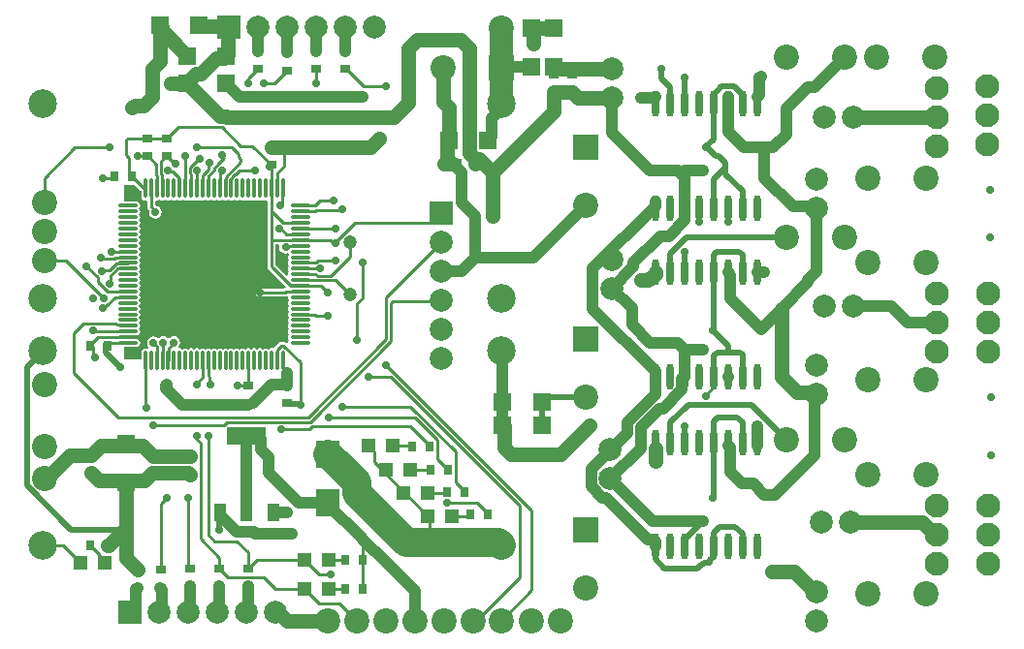
<source format=gtl>
G04*
G04 #@! TF.GenerationSoftware,Altium Limited,Altium Designer,19.0.10 (269)*
G04*
G04 Layer_Physical_Order=1*
G04 Layer_Color=255*
%FSLAX24Y24*%
%MOIN*%
G70*
G01*
G75*
%ADD10C,0.0100*%
%ADD37R,0.0310X0.0340*%
%ADD38R,0.0472X0.0472*%
%ADD39R,0.0340X0.0310*%
%ADD40R,0.0640X0.0640*%
%ADD41R,0.0640X0.0640*%
%ADD42O,0.0709X0.0118*%
%ADD43O,0.0118X0.0709*%
%ADD44R,0.0846X0.0965*%
%ADD45R,0.0433X0.0610*%
%ADD46R,0.0433X0.0610*%
%ADD47R,0.1358X0.0610*%
%ADD48O,0.0236X0.0906*%
%ADD49C,0.0500*%
%ADD50C,0.1000*%
%ADD51C,0.0394*%
%ADD52C,0.0197*%
%ADD53C,0.0200*%
%ADD54C,0.0787*%
%ADD55C,0.0984*%
%ADD56C,0.0827*%
%ADD57C,0.0787*%
%ADD58C,0.0866*%
%ADD59R,0.0866X0.0866*%
%ADD60R,0.0866X0.0866*%
%ADD61R,0.0787X0.0787*%
%ADD62C,0.0472*%
%ADD63R,0.0787X0.0787*%
%ADD64C,0.0276*%
G36*
X49332Y37927D02*
X49319Y37862D01*
X49336Y37777D01*
X49384Y37706D01*
X49456Y37658D01*
X49540Y37641D01*
X49625Y37658D01*
X49628Y37657D01*
X49655Y37617D01*
X49625Y37572D01*
X49615Y37518D01*
X49625Y37464D01*
X49655Y37420D01*
X49625Y37375D01*
X49615Y37321D01*
X49625Y37267D01*
X49655Y37223D01*
X49625Y37178D01*
X49615Y37124D01*
X49625Y37071D01*
X49655Y37026D01*
X49625Y36981D01*
X49615Y36928D01*
X49615Y36927D01*
X49575Y36873D01*
X49563Y36871D01*
X49178Y37256D01*
Y37977D01*
X49301D01*
X49332Y37927D01*
D02*
G37*
G36*
X44547Y39807D02*
X44575Y39788D01*
Y39605D01*
X44586Y39551D01*
X44616Y39505D01*
X44662Y39475D01*
X44716Y39464D01*
X44731Y39467D01*
X44781Y39427D01*
Y39265D01*
X44791Y39214D01*
X44820Y39172D01*
X44858Y39134D01*
X44844Y39065D01*
X44861Y38981D01*
X44908Y38909D01*
X44980Y38861D01*
X45065Y38844D01*
X45149Y38861D01*
X45221Y38909D01*
X45269Y38981D01*
X45285Y39065D01*
X45269Y39150D01*
X45221Y39221D01*
X45149Y39269D01*
X45080Y39283D01*
X45044Y39319D01*
Y39427D01*
X45094Y39467D01*
X45109Y39464D01*
X45163Y39475D01*
X45208Y39505D01*
X45253Y39475D01*
X45306Y39464D01*
X45360Y39475D01*
X45405Y39505D01*
X45449Y39475D01*
X45503Y39464D01*
X45557Y39475D01*
X45602Y39505D01*
X45646Y39475D01*
X45700Y39464D01*
X45754Y39475D01*
X45798Y39505D01*
X45843Y39475D01*
X45897Y39464D01*
X45951Y39475D01*
X45995Y39505D01*
X46040Y39475D01*
X46094Y39464D01*
X46147Y39475D01*
X46192Y39505D01*
X46237Y39475D01*
X46291Y39464D01*
X46344Y39475D01*
X46389Y39505D01*
X46434Y39475D01*
X46487Y39464D01*
X46541Y39475D01*
X46586Y39505D01*
X46630Y39475D01*
X46684Y39464D01*
X46738Y39475D01*
X46783Y39505D01*
X46827Y39475D01*
X46881Y39464D01*
X46935Y39475D01*
X46980Y39505D01*
X47024Y39475D01*
X47078Y39464D01*
X47132Y39475D01*
X47176Y39505D01*
X47221Y39475D01*
X47275Y39464D01*
X47329Y39475D01*
X47373Y39505D01*
X47418Y39475D01*
X47472Y39464D01*
X47525Y39475D01*
X47570Y39505D01*
X47615Y39475D01*
X47668Y39464D01*
X47722Y39475D01*
X47767Y39505D01*
X47812Y39475D01*
X47865Y39464D01*
X47919Y39475D01*
X47964Y39505D01*
X48008Y39475D01*
X48062Y39464D01*
X48116Y39475D01*
X48161Y39505D01*
X48205Y39475D01*
X48259Y39464D01*
X48313Y39475D01*
X48357Y39505D01*
X48402Y39475D01*
X48456Y39464D01*
X48510Y39475D01*
X48554Y39505D01*
X48599Y39475D01*
X48653Y39464D01*
X48707Y39475D01*
X48751Y39505D01*
X48796Y39475D01*
X48850Y39464D01*
X48865Y39467D01*
X48915Y39427D01*
Y39116D01*
Y38112D01*
Y37202D01*
X48925Y37151D01*
X48954Y37109D01*
X49547Y36515D01*
X49527Y36465D01*
X49496Y36458D01*
X49455Y36431D01*
X48645D01*
X48595Y36421D01*
X48552Y36393D01*
X48524Y36350D01*
X48514Y36300D01*
X48524Y36250D01*
X48552Y36207D01*
X48595Y36179D01*
X48645Y36169D01*
X49509D01*
X49559Y36179D01*
X49573Y36188D01*
X49617Y36159D01*
X49618Y36156D01*
X49615Y36140D01*
X49625Y36086D01*
X49655Y36042D01*
X49625Y35997D01*
X49615Y35943D01*
X49625Y35890D01*
X49655Y35845D01*
X49625Y35800D01*
X49615Y35746D01*
X49625Y35693D01*
X49655Y35648D01*
X49625Y35603D01*
X49615Y35550D01*
X49625Y35496D01*
X49655Y35451D01*
X49625Y35407D01*
X49615Y35353D01*
X49625Y35299D01*
X49655Y35254D01*
X49625Y35210D01*
X49615Y35156D01*
X49625Y35102D01*
X49655Y35057D01*
X49625Y35013D01*
X49615Y34959D01*
X49625Y34905D01*
X49655Y34861D01*
X49625Y34816D01*
X49615Y34762D01*
X49625Y34708D01*
X49655Y34664D01*
X49625Y34619D01*
X49618Y34582D01*
X49573Y34563D01*
X49567Y34562D01*
X49559Y34570D01*
X49516Y34599D01*
X49466Y34609D01*
X49383D01*
X49333Y34599D01*
X49290Y34570D01*
X49154Y34434D01*
X49125Y34391D01*
X49073Y34386D01*
X49046Y34391D01*
X48993Y34380D01*
X48948Y34350D01*
X48903Y34380D01*
X48850Y34391D01*
X48796Y34380D01*
X48751Y34350D01*
X48707Y34380D01*
X48653Y34391D01*
X48599Y34380D01*
X48554Y34350D01*
X48510Y34380D01*
X48456Y34391D01*
X48402Y34380D01*
X48357Y34350D01*
X48313Y34380D01*
X48259Y34391D01*
X48205Y34380D01*
X48161Y34350D01*
X48116Y34380D01*
X48062Y34391D01*
X48008Y34380D01*
X47964Y34350D01*
X47919Y34380D01*
X47865Y34391D01*
X47812Y34380D01*
X47767Y34350D01*
X47722Y34380D01*
X47668Y34391D01*
X47615Y34380D01*
X47570Y34350D01*
X47525Y34380D01*
X47472Y34391D01*
X47418Y34380D01*
X47373Y34350D01*
X47329Y34380D01*
X47275Y34391D01*
X47221Y34380D01*
X47176Y34350D01*
X47132Y34380D01*
X47078Y34391D01*
X47024Y34380D01*
X46980Y34350D01*
X46935Y34380D01*
X46881Y34391D01*
X46827Y34380D01*
X46783Y34350D01*
X46738Y34380D01*
X46684Y34391D01*
X46630Y34380D01*
X46586Y34350D01*
X46541Y34380D01*
X46487Y34391D01*
X46434Y34380D01*
X46389Y34350D01*
X46344Y34380D01*
X46291Y34391D01*
X46237Y34380D01*
X46192Y34350D01*
X46147Y34380D01*
X46094Y34391D01*
X46040Y34380D01*
X45995Y34350D01*
X45951Y34380D01*
X45897Y34391D01*
X45886Y34389D01*
X45873Y34405D01*
X45861Y34435D01*
X45904Y34499D01*
X45921Y34583D01*
X45904Y34668D01*
X45856Y34739D01*
X45784Y34787D01*
X45700Y34804D01*
X45616Y34787D01*
X45549Y34742D01*
X45532Y34737D01*
X45503D01*
X45486Y34742D01*
X45419Y34787D01*
X45335Y34804D01*
X45250Y34787D01*
X45179Y34739D01*
X45177Y34737D01*
X45156Y34721D01*
X45084Y34769D01*
X45000Y34786D01*
X44916Y34769D01*
X44844Y34721D01*
X44796Y34650D01*
X44779Y34565D01*
X44796Y34481D01*
X44822Y34443D01*
X44809Y34384D01*
X44787Y34373D01*
X44781Y34373D01*
X44770Y34380D01*
X44716Y34391D01*
X44662Y34380D01*
X44616Y34350D01*
X44586Y34304D01*
X44575Y34250D01*
Y34000D01*
X44000D01*
Y34425D01*
X44401D01*
X44455Y34436D01*
X44500Y34466D01*
X44531Y34512D01*
X44541Y34565D01*
X44531Y34619D01*
X44501Y34664D01*
X44501Y34664D01*
X44500Y34665D01*
X44455Y34695D01*
X44401Y34706D01*
X44106D01*
Y34819D01*
X44401D01*
X44455Y34829D01*
X44500Y34860D01*
X44501Y34861D01*
X44501Y34861D01*
X44531Y34905D01*
X44541Y34959D01*
X44531Y35013D01*
X44501Y35057D01*
X44531Y35102D01*
X44541Y35156D01*
X44531Y35210D01*
X44501Y35254D01*
X44531Y35299D01*
X44541Y35353D01*
X44531Y35407D01*
X44501Y35451D01*
X44531Y35496D01*
X44541Y35550D01*
X44531Y35603D01*
X44501Y35648D01*
X44531Y35693D01*
X44541Y35746D01*
X44531Y35800D01*
X44501Y35845D01*
X44531Y35890D01*
X44541Y35943D01*
X44531Y35997D01*
X44501Y36042D01*
X44531Y36086D01*
X44541Y36140D01*
X44531Y36194D01*
X44501Y36239D01*
X44531Y36283D01*
X44541Y36337D01*
X44531Y36391D01*
X44501Y36435D01*
X44531Y36480D01*
X44541Y36534D01*
X44531Y36588D01*
X44501Y36632D01*
X44531Y36677D01*
X44541Y36731D01*
X44531Y36784D01*
X44501Y36829D01*
X44531Y36874D01*
X44541Y36928D01*
X44531Y36981D01*
X44501Y37026D01*
X44531Y37071D01*
X44541Y37124D01*
X44531Y37178D01*
X44501Y37223D01*
X44531Y37267D01*
X44541Y37321D01*
X44531Y37375D01*
X44501Y37420D01*
X44531Y37464D01*
X44541Y37518D01*
X44531Y37572D01*
X44501Y37617D01*
X44531Y37661D01*
X44541Y37715D01*
X44531Y37769D01*
X44501Y37813D01*
X44531Y37858D01*
X44541Y37912D01*
X44531Y37966D01*
X44501Y38010D01*
X44531Y38055D01*
X44541Y38109D01*
X44531Y38162D01*
X44501Y38207D01*
X44531Y38252D01*
X44541Y38306D01*
X44531Y38359D01*
X44501Y38404D01*
X44531Y38449D01*
X44541Y38502D01*
X44531Y38556D01*
X44501Y38601D01*
X44531Y38645D01*
X44541Y38699D01*
X44531Y38753D01*
X44501Y38798D01*
X44531Y38842D01*
X44541Y38896D01*
X44531Y38950D01*
X44501Y38994D01*
X44531Y39039D01*
X44541Y39093D01*
X44531Y39147D01*
X44501Y39191D01*
X44531Y39236D01*
X44541Y39290D01*
X44531Y39344D01*
X44500Y39389D01*
X44455Y39420D01*
X44401Y39430D01*
X44000D01*
Y39997D01*
X44357D01*
X44547Y39807D01*
D02*
G37*
D10*
X43141Y27186D02*
X43327Y27000D01*
X43141Y27186D02*
Y27261D01*
X42817Y27585D02*
X43141Y27261D01*
X42817Y27585D02*
Y27600D01*
X41200D02*
X41900D01*
X42500Y27000D01*
X55100Y29078D02*
X56126D01*
X56505Y28699D01*
Y28684D02*
Y28699D01*
X47530Y31847D02*
X50372D01*
X47433Y31750D02*
X47530Y31847D01*
X45000Y31750D02*
X47433D01*
X49400Y31600D02*
X50362D01*
X50462Y31700D01*
X50372Y31847D02*
X53159Y34634D01*
X43794Y32006D02*
X50306D01*
X53000Y34700D01*
X42250Y33550D02*
X43794Y32006D01*
X42000Y37400D02*
X43300Y36100D01*
X41250Y37400D02*
X42000D01*
X43240Y35752D02*
X43288D01*
X43389Y35853D01*
X43402D01*
X43686Y36137D01*
X43074Y36677D02*
X43414Y36337D01*
X43074Y36677D02*
Y36826D01*
X42700Y37200D02*
X43074Y36826D01*
X42700Y37200D02*
Y37200D01*
X43686Y36137D02*
X44102D01*
X43414Y36337D02*
X44106D01*
X43525Y36625D02*
Y36880D01*
X43500Y36600D02*
X43525Y36625D01*
Y36880D02*
X43766Y37121D01*
X44102D01*
X44106Y37124D01*
X43209Y37041D02*
X43242Y37074D01*
X43487D01*
X43730Y37318D01*
X44102D01*
X44106Y37321D01*
X43200Y37500D02*
X43248D01*
X43294Y37453D01*
X43641D01*
X43702Y37515D01*
X51500Y32376D02*
X53838D01*
X55382Y30831D01*
Y29783D02*
Y30831D01*
Y29783D02*
X55705Y29460D01*
Y29445D02*
Y29460D01*
X43702Y37515D02*
X44102D01*
X44106Y37518D01*
X51013Y32000D02*
X53988D01*
X54769Y31219D01*
Y30565D02*
Y31219D01*
Y30565D02*
X55118Y30215D01*
Y30200D02*
Y30215D01*
X53156Y33409D02*
X57599Y28966D01*
X52400Y33409D02*
X53156D01*
X43539Y37700D02*
X43550Y37712D01*
X44102D01*
X44106Y37715D01*
X50462Y31700D02*
X53824D01*
X54505Y31019D01*
Y31004D02*
Y31019D01*
X57599Y26501D02*
Y28966D01*
X52573Y30464D02*
X54434Y28603D01*
X54500Y28537D01*
Y27700D02*
Y28537D01*
X52573Y30464D02*
Y30844D01*
X52387Y31030D02*
X52573Y30844D01*
X55814Y28603D02*
X55895Y28684D01*
X55260Y28603D02*
X55814D01*
X55068Y29418D02*
X55095Y29445D01*
X54413Y29418D02*
X55068D01*
X53827Y30200D02*
X54508D01*
X53869Y31030D02*
X53895Y31004D01*
X53213Y31030D02*
X53869D01*
X53000Y33800D02*
X58000Y28800D01*
Y26052D02*
Y28800D01*
X50187Y27100D02*
X50687Y26600D01*
X51100D01*
X50187Y26100D02*
X50687Y25600D01*
X51400D01*
X52000Y25000D01*
X48265Y26805D02*
X48560Y27100D01*
X48250Y26805D02*
X48265D01*
X48560Y27100D02*
X50187D01*
X47569Y26501D02*
X48377D01*
X48377Y26500D01*
X48774D01*
X49174Y26100D01*
X50187D01*
X51013Y27100D02*
X51595D01*
X51013Y26100D02*
X51595D01*
X52205Y27100D02*
Y27789D01*
Y26100D02*
Y27100D01*
X52143Y27852D02*
X52205Y27789D01*
X50555Y39093D02*
X50593Y39131D01*
X51452D01*
X51479Y39158D01*
X50050Y39093D02*
X50555D01*
X53000Y34700D02*
Y36150D01*
X53159Y34634D02*
Y35938D01*
X52000Y34670D02*
Y35940D01*
X53159Y35938D02*
X53218Y35997D01*
X56098Y25000D02*
X57599Y26501D01*
X56000Y25000D02*
X56098D01*
X50555Y39290D02*
X50717Y39452D01*
X51185D01*
X50050Y39290D02*
X50555D01*
X56948Y25000D02*
X58000Y26052D01*
X44102Y36137D02*
X44106Y36140D01*
X49355Y39300D02*
Y39348D01*
X49437Y39429D01*
Y39897D01*
X49440Y39900D01*
X50659Y37400D02*
X51250D01*
X50581Y37321D02*
X50659Y37400D01*
X50050Y37321D02*
X50581D01*
X51750Y37551D02*
Y38050D01*
X51080Y36881D02*
X51750Y37551D01*
X50634Y36881D02*
X51080D01*
X50059Y36722D02*
X51247D01*
X50050Y36731D02*
X50059Y36722D01*
X51247D02*
X51750Y36219D01*
X50054Y37128D02*
X50736D01*
X50588Y36928D02*
X50634Y36881D01*
X50050Y36928D02*
X50588D01*
X50746Y36534D02*
X50979Y36300D01*
X50050Y36534D02*
X50746D01*
X52173Y36113D02*
Y37336D01*
X52000Y35940D02*
X52173Y36113D01*
X49540Y37862D02*
X49588D01*
X49634Y37908D01*
X50047D01*
X50050Y37912D01*
X49326Y38487D02*
X49374D01*
X49552Y38309D01*
X50047D01*
X50050Y38306D01*
X49046Y38112D02*
Y39116D01*
Y37202D02*
Y38112D01*
X49050Y38109D01*
X50050D01*
X46503Y41303D02*
X47697D01*
X46500Y41300D02*
X46503Y41303D01*
X43497D02*
X43500Y41300D01*
X42303Y41303D02*
X43497D01*
X44041Y41035D02*
Y41541D01*
Y41035D02*
X44150Y40926D01*
Y40405D02*
Y40926D01*
Y40405D02*
X44255Y40300D01*
X44041Y41541D02*
X44105Y41605D01*
X44800D01*
X49509Y36300D02*
X49546Y36337D01*
X48645Y36300D02*
X49509D01*
X49546Y36337D02*
X50050D01*
X49046Y37202D02*
X49711Y36537D01*
X50047D01*
X50050Y36534D01*
X49046Y39900D02*
Y40641D01*
Y39116D02*
Y39900D01*
Y39116D02*
X49463Y38699D01*
X50050D01*
X64750Y38750D02*
Y39210D01*
X47172Y40691D02*
X47426Y40945D01*
X47375Y41021D02*
X47430Y41077D01*
X47349Y41021D02*
X47375D01*
X41250Y40250D02*
X42303Y41303D01*
X46688Y40339D02*
X46892Y40543D01*
X47697Y41303D02*
X47923Y41077D01*
X46892Y40543D02*
Y40741D01*
X46925Y40775D01*
X47172Y40672D02*
Y40691D01*
X47102Y40602D02*
X47172Y40672D01*
X47102Y40528D02*
Y40602D01*
X46885Y40311D02*
X47102Y40528D01*
X46885Y39903D02*
Y40311D01*
X46881Y39900D02*
X46885Y39903D01*
X48000Y40802D02*
Y40900D01*
X47475Y40277D02*
X48000Y40802D01*
X47475Y39903D02*
Y40277D01*
X47275Y40426D02*
X47349Y40500D01*
X47275Y39900D02*
Y40426D01*
X47952Y40500D02*
X48500D01*
X47816Y40363D02*
X47952Y40500D01*
X47796Y40363D02*
X47816D01*
X47697Y40265D02*
X47796Y40363D01*
X47697Y40200D02*
Y40265D01*
X46688Y39903D02*
Y40339D01*
X46684Y39900D02*
X46688Y39903D01*
X46094Y39900D02*
Y40997D01*
X46094Y39900D02*
X46094Y39900D01*
X46500Y39913D02*
Y40500D01*
X46487Y39900D02*
X46500Y39913D01*
X46253Y40602D02*
X46551Y40900D01*
X46575D01*
X46094Y40997D02*
X46097Y41000D01*
X46253Y40398D02*
Y40602D01*
Y40398D02*
X46291Y40360D01*
Y39900D02*
Y40360D01*
X49247Y40404D02*
X49500Y40657D01*
X49247Y39903D02*
Y40404D01*
X49243Y39900D02*
X49247Y39903D01*
X47923Y40977D02*
Y41077D01*
Y40977D02*
X48000Y40900D01*
X47349Y42000D02*
X48002Y41347D01*
X48397D01*
X49050Y40695D01*
X49500Y40657D02*
Y41305D01*
X42846Y34521D02*
X43087Y34762D01*
X42817Y34492D02*
X42846Y34521D01*
X42853Y34514D02*
X42922Y34445D01*
X45845Y42000D02*
X47349D01*
X47472Y39900D02*
X47475Y39903D01*
X64000Y32750D02*
Y32787D01*
X44800Y41605D02*
X45450D01*
X43370Y34565D02*
X44106D01*
X45450Y41605D02*
X45845Y42000D01*
X45435Y40995D02*
X45465D01*
X45500Y40500D02*
X45534Y40466D01*
X45667D01*
X45893Y40240D01*
Y39903D02*
Y40240D01*
Y39903D02*
X45897Y39900D01*
X45253Y40398D02*
X45303Y40348D01*
Y39903D02*
Y40348D01*
Y39903D02*
X45306Y39900D01*
X45094Y40332D02*
Y40716D01*
Y40332D02*
X45106Y40320D01*
Y39903D02*
Y40320D01*
Y39903D02*
X45109Y39900D01*
X45253Y40813D02*
X45435Y40995D01*
X45253Y40398D02*
Y40813D01*
X44815Y40995D02*
X45094Y40716D01*
X64000Y32787D02*
X64250Y33037D01*
Y33409D01*
X42846Y34521D02*
X42853Y34514D01*
X42817Y34550D02*
X42846Y34521D01*
X43087Y34762D02*
X44106D01*
X42817Y34477D02*
Y34492D01*
X42922Y35000D02*
X42969D01*
X43010Y34959D01*
X44106D01*
X43355Y34550D02*
X43370Y34565D01*
X42922Y34175D02*
Y34445D01*
Y34175D02*
X42997Y34100D01*
Y34053D02*
Y34100D01*
X42591Y35250D02*
X43675D01*
X42250Y34909D02*
X42591Y35250D01*
X43675D02*
X43741Y35185D01*
X42250Y33550D02*
Y34909D01*
X44077Y35185D02*
X44106Y35156D01*
X43741Y35185D02*
X44077D01*
X51918Y38706D02*
X54556D01*
X49383Y34477D02*
X49466D01*
X49247Y34341D02*
X49383Y34477D01*
X49247Y33959D02*
Y34341D01*
X49243Y33955D02*
X49247Y33959D01*
X49466Y34477D02*
X50054Y33889D01*
Y32450D02*
Y33889D01*
X44450Y41000D02*
X44795D01*
X44913Y39265D02*
X45065Y39113D01*
Y39065D02*
Y39113D01*
X44913Y39265D02*
Y39900D01*
X43250Y40250D02*
X43595D01*
X43645Y40300D01*
X45700Y34563D02*
Y34583D01*
X45507Y34369D02*
X45700Y34563D01*
X45507Y33959D02*
Y34369D01*
X45503Y33955D02*
X45507Y33959D01*
X45310Y34558D02*
X45335Y34583D01*
X45310Y33959D02*
Y34558D01*
X45306Y33955D02*
X45310Y33959D01*
X45000Y34565D02*
X45106Y34459D01*
Y33959D02*
Y34459D01*
Y33959D02*
X45109Y33955D01*
X47895Y33105D02*
X48250D01*
X50555Y35550D02*
X50604Y35500D01*
X51000D01*
X50050Y35550D02*
X50555D01*
X48250Y43500D02*
Y43660D01*
X48585Y43995D01*
X48600D01*
X41250Y39400D02*
Y40250D01*
X44795Y41000D02*
X44800Y40995D01*
X45250Y29050D02*
X45450Y29250D01*
X45250Y26755D02*
Y29050D01*
X45710Y40750D02*
X45750D01*
X45465Y40995D02*
X45710Y40750D01*
X46200Y26855D02*
Y29250D01*
Y26855D02*
X46250Y26805D01*
X46684Y33373D02*
Y33955D01*
X46500Y33189D02*
X46684Y33373D01*
X46500Y33150D02*
Y33189D01*
Y31237D02*
Y31379D01*
Y31237D02*
X46609Y31128D01*
Y27825D02*
Y31128D01*
Y27825D02*
X47250Y27184D01*
Y26805D02*
Y27184D01*
X46881Y33451D02*
X46916Y33415D01*
Y33184D02*
Y33415D01*
Y33184D02*
X46950Y33150D01*
X46881Y33451D02*
Y33955D01*
Y27967D02*
Y31379D01*
Y27967D02*
X47098Y27750D01*
X47865D01*
X48250Y27365D01*
Y26805D02*
Y27365D01*
X50050Y37124D02*
X50054Y37128D01*
X51250Y38000D02*
Y38038D01*
X51918Y38706D01*
X54556D02*
X54900Y39050D01*
X51202Y38000D02*
X51250D01*
X51094Y38109D02*
X51202Y38000D01*
X50050Y38109D02*
X51094D01*
X51249Y38501D02*
X51250Y38500D01*
X50052Y38501D02*
X51249D01*
X50050Y38502D02*
X50052Y38501D01*
X47250Y26805D02*
X47265D01*
X47569Y26501D01*
X44719Y32376D02*
X44745Y32350D01*
X44719Y32376D02*
Y33952D01*
X44716Y33955D02*
X44719Y33952D01*
X53218Y35997D02*
X54847D01*
X54900Y36050D01*
X48259Y33114D02*
Y33955D01*
X48250Y33105D02*
X48259Y33114D01*
X53000Y36150D02*
X54900Y38050D01*
X48774Y43500D02*
X49140D01*
X49585Y43945D01*
X49600D01*
X50600Y43500D02*
Y43995D01*
X52210Y43400D02*
X53000D01*
X51615Y43995D02*
X52210Y43400D01*
X51600Y43995D02*
X51615D01*
X44800Y40995D02*
X44815D01*
X44640Y39900D02*
X44716D01*
X44255Y40285D02*
X44640Y39900D01*
X44255Y40285D02*
Y40300D01*
D37*
X43427Y27600D02*
D03*
X42817D02*
D03*
X52205Y26100D02*
D03*
X51595D02*
D03*
X52205Y27100D02*
D03*
X51595D02*
D03*
X54505Y31004D02*
D03*
X53895D02*
D03*
X55118Y30200D02*
D03*
X54508D02*
D03*
X55705Y29445D02*
D03*
X55095D02*
D03*
X56505Y28684D02*
D03*
X55895D02*
D03*
X44255Y40300D02*
D03*
X43645D02*
D03*
X56055Y40750D02*
D03*
X55445D02*
D03*
X43427Y34477D02*
D03*
X42817D02*
D03*
X56655Y38950D02*
D03*
X56045D02*
D03*
D38*
X42500Y27000D02*
D03*
X43327D02*
D03*
X50187Y26100D02*
D03*
X51013D02*
D03*
X54434Y28603D02*
D03*
X55260D02*
D03*
X53587Y29418D02*
D03*
X54413D02*
D03*
X53000Y30200D02*
D03*
X53827D02*
D03*
X52387Y31030D02*
D03*
X53213D02*
D03*
X50187Y27100D02*
D03*
X51013D02*
D03*
D39*
X58750Y43195D02*
D03*
Y43805D02*
D03*
X59400Y43200D02*
D03*
Y43810D02*
D03*
X46250Y30045D02*
D03*
Y30655D02*
D03*
X51600Y43995D02*
D03*
Y44605D02*
D03*
X50600Y43995D02*
D03*
Y44605D02*
D03*
X49600Y43945D02*
D03*
Y44555D02*
D03*
X48600Y43995D02*
D03*
Y44605D02*
D03*
X44800Y41605D02*
D03*
Y40995D02*
D03*
X45450Y41605D02*
D03*
Y40995D02*
D03*
X49050Y40695D02*
D03*
Y41305D02*
D03*
X49600Y33105D02*
D03*
Y32495D02*
D03*
X48250Y33105D02*
D03*
Y32495D02*
D03*
X44450Y26145D02*
D03*
Y26755D02*
D03*
X42862Y30090D02*
D03*
Y30700D02*
D03*
X45250Y26145D02*
D03*
Y26755D02*
D03*
X46250Y26195D02*
D03*
Y26805D02*
D03*
X48250D02*
D03*
Y26195D02*
D03*
X47250Y26805D02*
D03*
Y26195D02*
D03*
X44950Y30095D02*
D03*
Y30705D02*
D03*
D40*
X58000Y44060D02*
D03*
Y45400D02*
D03*
X58755D02*
D03*
Y44060D02*
D03*
X44050Y31100D02*
D03*
Y29760D02*
D03*
D41*
X55150Y41550D02*
D03*
X56490D02*
D03*
X58340Y31745D02*
D03*
X57000D02*
D03*
X58340Y32545D02*
D03*
X57000D02*
D03*
X46160Y44450D02*
D03*
X47500D02*
D03*
X45210Y45500D02*
D03*
X46550D02*
D03*
X47490Y43500D02*
D03*
X46150D02*
D03*
D42*
X50050Y34565D02*
D03*
Y34762D02*
D03*
Y34959D02*
D03*
Y35156D02*
D03*
Y35353D02*
D03*
Y35550D02*
D03*
Y35746D02*
D03*
Y35943D02*
D03*
Y36140D02*
D03*
Y36337D02*
D03*
Y36534D02*
D03*
Y36731D02*
D03*
Y36928D02*
D03*
Y37124D02*
D03*
Y37321D02*
D03*
Y37518D02*
D03*
Y37715D02*
D03*
Y37912D02*
D03*
Y38109D02*
D03*
Y38306D02*
D03*
Y38502D02*
D03*
Y38699D02*
D03*
Y38896D02*
D03*
Y39093D02*
D03*
Y39290D02*
D03*
X44106D02*
D03*
Y39093D02*
D03*
Y38896D02*
D03*
Y38699D02*
D03*
Y38502D02*
D03*
Y38306D02*
D03*
Y38109D02*
D03*
Y37912D02*
D03*
Y37715D02*
D03*
Y37518D02*
D03*
Y37321D02*
D03*
Y37124D02*
D03*
Y36928D02*
D03*
Y36731D02*
D03*
Y36534D02*
D03*
Y36337D02*
D03*
Y36140D02*
D03*
Y35943D02*
D03*
Y35746D02*
D03*
Y35550D02*
D03*
Y35353D02*
D03*
Y35156D02*
D03*
Y34959D02*
D03*
Y34762D02*
D03*
Y34565D02*
D03*
D43*
X49440Y39900D02*
D03*
X49243D02*
D03*
X49046D02*
D03*
X48850D02*
D03*
X48653D02*
D03*
X48456D02*
D03*
X48259D02*
D03*
X48062D02*
D03*
X47865D02*
D03*
X47668D02*
D03*
X47472D02*
D03*
X47275D02*
D03*
X47078D02*
D03*
X46881D02*
D03*
X46684D02*
D03*
X46487D02*
D03*
X46291D02*
D03*
X46094D02*
D03*
X45897D02*
D03*
X45700D02*
D03*
X45503D02*
D03*
X45306D02*
D03*
X45109D02*
D03*
X44913D02*
D03*
X44716D02*
D03*
Y33955D02*
D03*
X44913D02*
D03*
X45109D02*
D03*
X45306D02*
D03*
X45503D02*
D03*
X45700D02*
D03*
X45897D02*
D03*
X46094D02*
D03*
X46291D02*
D03*
X46487D02*
D03*
X46684D02*
D03*
X46881D02*
D03*
X47078D02*
D03*
X47275D02*
D03*
X47472D02*
D03*
X47668D02*
D03*
X47865D02*
D03*
X48062D02*
D03*
X48259D02*
D03*
X48456D02*
D03*
X48653D02*
D03*
X48850D02*
D03*
X49046D02*
D03*
X49243D02*
D03*
X49440D02*
D03*
D44*
X51000Y29054D02*
D03*
Y30746D02*
D03*
D45*
X47294Y28721D02*
D03*
D46*
X48200D02*
D03*
X49106D02*
D03*
D47*
X48200Y31379D02*
D03*
D48*
X65750Y31136D02*
D03*
X65250D02*
D03*
X64750D02*
D03*
X64250D02*
D03*
X63750D02*
D03*
X63250D02*
D03*
X62750D02*
D03*
X62250D02*
D03*
X65750Y27554D02*
D03*
X65250D02*
D03*
X64750D02*
D03*
X64250D02*
D03*
X63750D02*
D03*
X63250D02*
D03*
X62750D02*
D03*
X62250D02*
D03*
X65750Y36991D02*
D03*
X65250D02*
D03*
X64750D02*
D03*
X64250D02*
D03*
X63750D02*
D03*
X63250D02*
D03*
X62750D02*
D03*
X62250D02*
D03*
X65750Y33409D02*
D03*
X65250D02*
D03*
X64750D02*
D03*
X64250D02*
D03*
X63750D02*
D03*
X63250D02*
D03*
X62750D02*
D03*
X62250D02*
D03*
X65750Y42793D02*
D03*
X65250D02*
D03*
X64750D02*
D03*
X64250D02*
D03*
X63750D02*
D03*
X63250D02*
D03*
X62750D02*
D03*
X62250D02*
D03*
X65750Y39210D02*
D03*
X65250D02*
D03*
X64750D02*
D03*
X64250D02*
D03*
X63750D02*
D03*
X63250D02*
D03*
X62750D02*
D03*
X62250D02*
D03*
D49*
X44050Y27155D02*
Y28150D01*
Y29760D01*
X43450Y27600D02*
X44000Y28150D01*
X43427Y27600D02*
X43450D01*
X57070Y30973D02*
Y31675D01*
Y30973D02*
X57293Y30750D01*
X59000D01*
X60000Y31750D01*
X58050Y44882D02*
Y45350D01*
X58000Y45400D02*
X58050Y45350D01*
X58000Y45400D02*
X58755D01*
X57000Y31700D02*
X57045D01*
X57070Y31675D01*
X44657Y42750D02*
X44950Y43043D01*
X44346Y42750D02*
X44657D01*
X44250Y42654D02*
X44346Y42750D01*
X44950Y43043D02*
Y43995D01*
X45210Y44255D01*
Y45500D01*
X56205Y40900D02*
X56655Y40450D01*
X47498Y42359D02*
X47507Y42350D01*
X47291Y42359D02*
X47498D01*
X46150Y43500D02*
X47291Y42359D01*
X49500Y41305D02*
X52450D01*
X49050D02*
X49500D01*
X52450D02*
X52750Y41605D01*
X47507Y42350D02*
X53250D01*
X53750Y42850D01*
Y44707D01*
X54043Y45000D01*
X55568D01*
X55861Y44707D01*
Y41102D02*
Y44707D01*
Y41102D02*
X56055Y40908D01*
Y40750D02*
Y40908D01*
X58755Y44000D02*
X60750D01*
X55000Y40750D02*
X55295D01*
X55000D02*
X55080Y40830D01*
Y41480D01*
X55150Y41550D01*
X71845Y27983D02*
X71933D01*
X71428Y28400D02*
X71845Y27983D01*
X68950Y28400D02*
X71428D01*
X62250Y30500D02*
X62256Y30506D01*
Y30934D01*
X61750Y36731D02*
X61989D01*
X62047Y36789D01*
X62118D01*
X62250Y36920D01*
Y36991D01*
X66244Y26692D02*
X67030D01*
X67722Y26000D01*
X67800D01*
X44050Y27155D02*
X44450Y26755D01*
X46200Y30095D02*
X46250Y30045D01*
X44950Y30095D02*
X46200D01*
X44950Y30705D02*
X45000Y30655D01*
X46250D01*
X73587Y41463D02*
X73650Y41400D01*
X66575Y33400D02*
Y35750D01*
Y33400D02*
X67120Y32855D01*
X67745D01*
X67800Y32800D01*
X69050Y42350D02*
X71933D01*
X58750Y43995D02*
X58755Y44000D01*
X59395Y43195D02*
X59400Y43200D01*
X58750Y43195D02*
X59395D01*
X59400Y43200D02*
X59600Y43000D01*
X60750D01*
X56655Y40450D02*
X58750Y42545D01*
Y43195D01*
X56655Y38950D02*
Y40450D01*
X42123Y30700D02*
X42862D01*
X41323Y29900D02*
X42123Y30700D01*
X41250Y29900D02*
X41323D01*
X43980Y29830D02*
X44050Y29760D01*
X43122Y29830D02*
X43980D01*
X42862Y30090D02*
X43122Y29830D01*
X43980Y31030D02*
X44050Y31100D01*
X43192Y31030D02*
X43980D01*
X42862Y30700D02*
X43192Y31030D01*
X49200Y25300D02*
X49278D01*
X49578Y25000D01*
X51000D01*
X54948Y42867D02*
X55150Y42665D01*
Y41550D02*
Y42665D01*
X54948Y42867D02*
Y44050D01*
X44050Y31100D02*
X44120Y31030D01*
X44625D01*
X44950Y30705D01*
X44685Y29830D02*
X44950Y30095D01*
X44120Y29830D02*
X44685D01*
X44050Y29760D02*
X44120Y29830D01*
X47430Y44380D02*
X47500Y44450D01*
X47167Y44380D02*
X47430D01*
X46608Y43821D02*
X47167Y44380D01*
X46471Y43821D02*
X46608D01*
X46150Y43500D02*
X46471Y43821D01*
X45589Y43500D02*
X46150D01*
X47575Y45475D02*
X47600Y45450D01*
X46575Y45475D02*
X47575D01*
X46550Y45500D02*
X46575Y45475D01*
X45210Y45500D02*
X45280Y45430D01*
Y45330D02*
Y45430D01*
Y45330D02*
X46160Y44450D01*
X47550Y45400D02*
X47600Y45450D01*
X47550Y44500D02*
Y45400D01*
X47500Y44450D02*
X47550Y44500D01*
D50*
X54500Y27700D02*
X56848D01*
X53700D02*
X54500D01*
X56848D02*
X56948Y27600D01*
X51982Y29418D02*
X53700Y27700D01*
X51982Y29418D02*
Y29767D01*
X51350Y30400D02*
X51982Y29767D01*
X51346Y30400D02*
X51350D01*
X51000Y30746D02*
X51346Y30400D01*
D51*
X52205Y27789D02*
X52599Y27396D01*
X50997Y28998D02*
X52143Y27852D01*
X57995Y44055D02*
X58000Y44060D01*
X56953Y44055D02*
X57995D01*
X56948Y44050D02*
X56953Y44055D01*
X56974Y32526D02*
Y34267D01*
Y32526D02*
X57000Y32500D01*
X52173Y43033D02*
X52191Y43050D01*
X47957Y43033D02*
X52173D01*
X47490Y43500D02*
X47957Y43033D01*
X49578Y33127D02*
Y33550D01*
X55295Y40750D02*
X55595Y40450D01*
X60100Y37123D02*
X62250Y39273D01*
X60050Y30247D02*
X61284Y31481D01*
X55595Y39400D02*
Y40450D01*
X63250Y34335D02*
X63897D01*
X64750Y42793D02*
Y43033D01*
Y41850D02*
Y42793D01*
X50997Y28998D02*
Y29057D01*
X45985Y32450D02*
X48250D01*
X64750Y33400D02*
Y33409D01*
X56045Y37500D02*
X58050D01*
X59850Y39300D01*
X45450Y33120D02*
Y33150D01*
X45435Y33105D02*
X45450Y33120D01*
X63250Y39210D02*
Y40269D01*
Y38785D02*
Y39210D01*
X62715Y38250D02*
X63250Y38785D01*
X62414Y38250D02*
X62715D01*
X61500Y37336D02*
X62414Y38250D01*
X61750Y43000D02*
X62217D01*
X63135Y40385D02*
X63250Y40269D01*
X65750Y43033D02*
X65829Y43111D01*
X62217Y43000D02*
X62250Y43033D01*
X63135Y40385D02*
X63250Y40500D01*
X65829Y43111D02*
Y43704D01*
X63250Y40500D02*
X63897D01*
X65829Y43704D02*
X65875Y43750D01*
X70362Y35850D02*
X70929Y35283D01*
X69050Y35850D02*
X70362D01*
X70929Y35283D02*
X71933D01*
X61750Y31664D02*
X62401Y32315D01*
X62520D01*
X63171Y32966D01*
Y33330D01*
X63250Y33409D01*
X61750Y30950D02*
Y31664D01*
X62250Y32805D02*
Y33409D01*
X61284Y31839D02*
X62250Y32805D01*
X61284Y31481D02*
Y31839D01*
X60700Y29900D02*
X61750Y30950D01*
X60050Y29631D02*
Y30247D01*
X62250Y39273D02*
Y39450D01*
X60100Y35735D02*
Y37123D01*
Y35735D02*
X62250Y33586D01*
Y33409D02*
Y33586D01*
X60050Y29631D02*
X60431Y29250D01*
X60554D01*
X61994Y27810D01*
X62171D01*
X62250Y27731D01*
Y27554D02*
Y27731D01*
X62159Y28441D02*
X63897D01*
X45435Y33000D02*
X45985Y32450D01*
X57000Y31745D02*
Y32500D01*
Y31700D02*
Y31745D01*
X49125Y28750D02*
X49600D01*
X49106Y28730D02*
X49125Y28750D01*
X49106Y28721D02*
Y28730D01*
X65759Y31050D02*
Y31700D01*
X64829Y30131D02*
Y30963D01*
Y30131D02*
X65222Y29738D01*
X64750Y31041D02*
X64829Y30963D01*
X65750Y31041D02*
X65759Y31050D01*
X65222Y29738D02*
X65607D01*
X66000Y29345D01*
X60700Y29900D02*
X62159Y28441D01*
X65759Y37000D02*
X66000D01*
X65750Y36991D02*
X65759Y37000D01*
X63019Y40500D02*
X63135Y40385D01*
X60750Y41815D02*
Y43000D01*
Y41815D02*
X62065Y40500D01*
X63019D01*
X61445Y35185D02*
X62065Y34565D01*
X61445Y35185D02*
Y35753D01*
X60750Y36449D02*
X61445Y35753D01*
X60750Y36449D02*
Y36450D01*
X62065Y34565D02*
X63019D01*
X63250Y34335D01*
Y33409D02*
Y34335D01*
X61500Y37200D02*
Y37336D01*
X60750Y36450D02*
X61500Y37200D01*
X48500Y28000D02*
X49750D01*
X48444Y28056D02*
X48500Y28000D01*
X47871Y28056D02*
X48444D01*
X47294Y28633D02*
X47871Y28056D01*
X55595Y39400D02*
X56045Y38950D01*
X54900Y37050D02*
X55595D01*
X56045Y37500D01*
Y38950D01*
X51600Y44605D02*
Y45450D01*
X50600Y44605D02*
Y45450D01*
X49600Y44555D02*
Y45450D01*
X48600Y44605D02*
Y45450D01*
X56948Y34293D02*
X56974Y34267D01*
X67725Y30700D02*
Y32725D01*
X67800Y32800D01*
X66370Y29345D02*
X67725Y30700D01*
X66000Y29345D02*
X66370D01*
X66575Y35750D02*
X67500Y36675D01*
X65875Y35050D02*
X66575Y35750D01*
X67500Y36731D02*
X67800Y37031D01*
Y39200D01*
X67500Y36675D02*
Y36731D01*
X66000Y40250D02*
Y41300D01*
Y40250D02*
X66975Y39275D01*
X67725D01*
X67800Y39200D01*
X67500Y43378D02*
X67728D01*
X68750Y44400D01*
X66750Y42628D02*
X67500Y43378D01*
X66750Y41750D02*
Y42628D01*
X66300Y41300D02*
X66750Y41750D01*
X66000Y41300D02*
X66300D01*
X64750Y41850D02*
X65300Y41300D01*
X66000D01*
X64829Y36096D02*
X65875Y35050D01*
X64829Y36096D02*
Y36913D01*
X64750Y36991D02*
X64829Y36913D01*
X52628Y27396D02*
X54000Y26024D01*
X52599Y27396D02*
X52628D01*
X54000Y25000D02*
Y26024D01*
X44397Y26092D02*
X44450Y26145D01*
X44397Y25497D02*
Y26092D01*
X44200Y25300D02*
X44397Y25497D01*
X45208Y26145D02*
X45275Y26077D01*
Y25375D02*
Y26077D01*
X45200Y25300D02*
X45275Y25375D01*
X46250Y25350D02*
Y26195D01*
X46200Y25300D02*
X46250Y25350D01*
X48250D02*
Y26195D01*
X48200Y25300D02*
X48250Y25350D01*
X47250D02*
Y26195D01*
X47200Y25300D02*
X47250Y25350D01*
X56948Y42633D02*
Y42793D01*
X56613Y42298D02*
X56948Y42633D01*
X56613Y41673D02*
Y42298D01*
X49050Y33127D02*
X49578D01*
X49600Y33105D01*
X48418Y32495D02*
X49050Y33127D01*
X48200Y28721D02*
Y31379D01*
X48200Y31379D01*
X48948Y30095D02*
Y30631D01*
X48682Y30896D02*
X48948Y30631D01*
X48682Y30896D02*
Y31270D01*
X48574Y31379D02*
X48682Y31270D01*
X48200Y31379D02*
X48574D01*
X48948Y30095D02*
X49986Y29057D01*
X50997D01*
D52*
X65242Y27466D02*
Y28008D01*
X64258Y27554D02*
Y28042D01*
X63381Y32450D02*
X65550D01*
X64210Y35000D02*
Y35021D01*
Y35000D02*
X64750Y34460D01*
X43355Y34251D02*
Y34550D01*
Y34251D02*
X43856Y33750D01*
X63250Y31136D02*
Y31700D01*
X64250Y41571D02*
Y42793D01*
Y43117D01*
X65250Y42793D02*
Y43117D01*
X64964Y43403D02*
X65250Y43117D01*
X64536Y43403D02*
X64964D01*
X64250Y43117D02*
X64536Y43403D01*
X62758Y37640D02*
X63317Y38200D01*
X62758Y36999D02*
Y37640D01*
X62750Y36991D02*
X62758Y36999D01*
X63317Y38200D02*
X66750D01*
X64253Y39453D02*
Y40198D01*
X64000Y41300D02*
X64021D01*
X62465Y43663D02*
Y43985D01*
X64668Y40366D02*
Y40613D01*
X64315Y41007D02*
X64438D01*
X62750Y43033D02*
Y43378D01*
X64021Y41300D02*
X64315Y41007D01*
X64000Y41321D02*
X64250Y41571D01*
X64000Y41300D02*
Y41321D01*
X62450Y44000D02*
X62465Y43985D01*
X64250Y39450D02*
X64253Y39453D01*
X64668Y40613D02*
Y40776D01*
X64438Y41007D02*
X64668Y40776D01*
X63250Y43033D02*
Y43704D01*
X62465Y43663D02*
X62750Y43378D01*
X64668Y40366D02*
X65250Y39785D01*
Y39450D02*
Y39785D01*
X64253Y40198D02*
X64668Y40613D01*
X64750Y34250D02*
X65157D01*
X64373D02*
X64750D01*
Y34460D01*
X62750Y31819D02*
X63381Y32450D01*
X62750Y31136D02*
Y31819D01*
X65250Y31136D02*
Y31819D01*
Y31041D02*
Y31136D01*
X64250D02*
Y31877D01*
Y29311D02*
Y31136D01*
X65550Y32450D02*
X66750Y31250D01*
X50039Y32465D02*
X50054Y32450D01*
X49630Y32465D02*
X50039D01*
X49600Y32495D02*
X49630Y32465D01*
X63250Y36991D02*
Y37715D01*
X44000Y28150D02*
X44050D01*
X42165D02*
X44000D01*
X58495Y32700D02*
X59850D01*
X58340Y32545D02*
X58495Y32700D01*
X58340Y31745D02*
Y32545D01*
X40659Y29655D02*
X42165Y28150D01*
X40659Y29655D02*
Y33720D01*
X41200Y34260D01*
Y34293D01*
X47250Y28150D02*
X47265Y28165D01*
Y28603D01*
X47294Y28633D01*
X64250Y27208D02*
Y27554D01*
X64135Y27006D02*
Y27093D01*
X64250Y27208D01*
X63926Y27006D02*
X64135D01*
X63864Y26943D02*
X63926Y27006D01*
X63810Y26943D02*
X63864D01*
X63672Y26805D02*
X63810Y26943D01*
X62569Y26805D02*
X63672D01*
X65000Y28250D02*
X65242Y28008D01*
X64210Y29271D02*
X64250Y29311D01*
X64465Y28250D02*
X65000D01*
X64210Y29250D02*
Y29271D01*
X64258Y28042D02*
X64465Y28250D01*
X62250Y27124D02*
Y27459D01*
X65069Y32000D02*
X65250Y31819D01*
X64373Y32000D02*
X65069D01*
X65242Y27466D02*
X65250Y27459D01*
X64250Y31877D02*
X64373Y32000D01*
X62250Y27124D02*
X62569Y26805D01*
X65157Y34250D02*
X65250Y34157D01*
Y33409D02*
Y34157D01*
X64258Y34135D02*
X64373Y34250D01*
X64258Y33416D02*
Y34135D01*
X64250Y33409D02*
X64258Y33416D01*
X65135Y37715D02*
X65250Y37600D01*
Y36991D02*
Y37600D01*
X64365Y37715D02*
X65135D01*
X64250Y37600D02*
X64365Y37715D01*
X64250Y36991D02*
Y37600D01*
X64210Y35021D02*
X64250Y35061D01*
Y36991D01*
D53*
X63250Y27554D02*
Y27793D01*
X63897Y28441D02*
X63923D01*
X63250Y27793D02*
X63897Y28441D01*
D54*
X56948Y44050D02*
Y45400D01*
Y42793D02*
Y44050D01*
D55*
Y36100D02*
D03*
X41200D02*
D03*
X56948Y42793D02*
D03*
X41200D02*
D03*
X56948Y27600D02*
D03*
X41200D02*
D03*
X56948Y34293D02*
D03*
X41200D02*
D03*
D56*
X73650Y42400D02*
D03*
Y43400D02*
D03*
Y41400D02*
D03*
X73683Y35267D02*
D03*
Y36267D02*
D03*
Y34267D02*
D03*
X71933Y27983D02*
D03*
Y26983D02*
D03*
Y28983D02*
D03*
Y42350D02*
D03*
Y41350D02*
D03*
Y43350D02*
D03*
Y35283D02*
D03*
Y34283D02*
D03*
Y36283D02*
D03*
X73683Y27967D02*
D03*
Y28967D02*
D03*
Y26967D02*
D03*
D57*
X68050Y42350D02*
D03*
X69050D02*
D03*
X60700Y29900D02*
D03*
Y30900D02*
D03*
X60750Y43000D02*
D03*
Y44000D02*
D03*
X52600Y45450D02*
D03*
X48600D02*
D03*
X50600D02*
D03*
X51600D02*
D03*
X49600D02*
D03*
X49200Y25300D02*
D03*
X45200D02*
D03*
X47200D02*
D03*
X48200D02*
D03*
X46200D02*
D03*
X67800Y39200D02*
D03*
Y40200D02*
D03*
Y32800D02*
D03*
Y33800D02*
D03*
X68050Y35850D02*
D03*
X69050D02*
D03*
X60750Y36450D02*
D03*
Y37450D02*
D03*
X67800Y25000D02*
D03*
Y26000D02*
D03*
X67950Y28400D02*
D03*
X68950D02*
D03*
X54900Y34050D02*
D03*
Y38050D02*
D03*
Y36050D02*
D03*
Y35050D02*
D03*
Y37050D02*
D03*
D58*
X59000Y25000D02*
D03*
X58000D02*
D03*
X56948D02*
D03*
X51000D02*
D03*
X56000D02*
D03*
X55000D02*
D03*
X59850Y39300D02*
D03*
X71550Y40250D02*
D03*
X69550D02*
D03*
X56948Y45400D02*
D03*
X68750Y31250D02*
D03*
X66750D02*
D03*
X68750Y38200D02*
D03*
X66750D02*
D03*
X68750Y44400D02*
D03*
X66750D02*
D03*
X71845D02*
D03*
X69845D02*
D03*
X71550Y37350D02*
D03*
X69550D02*
D03*
X54948Y44050D02*
D03*
X41250Y39400D02*
D03*
Y38400D02*
D03*
Y37400D02*
D03*
Y33150D02*
D03*
Y29900D02*
D03*
Y31004D02*
D03*
X52000Y25000D02*
D03*
X53000D02*
D03*
X54000D02*
D03*
X59850Y32700D02*
D03*
X71550Y33300D02*
D03*
X69550D02*
D03*
X59850Y26150D02*
D03*
X71550Y25950D02*
D03*
X69550D02*
D03*
X71550Y30050D02*
D03*
X69550D02*
D03*
D59*
X59850Y41300D02*
D03*
Y34700D02*
D03*
Y28150D02*
D03*
D60*
X56948Y44050D02*
D03*
D61*
X47600Y45450D02*
D03*
X44200Y25300D02*
D03*
D62*
X51750Y36219D02*
D03*
Y38050D02*
D03*
D63*
X54900Y39050D02*
D03*
D64*
X55100Y29078D02*
D03*
X49400Y31600D02*
D03*
X42922Y36100D02*
D03*
X43500Y36600D02*
D03*
X43300Y36100D02*
D03*
X43209Y37041D02*
D03*
X43200Y37500D02*
D03*
X42700Y37200D02*
D03*
X51500Y32376D02*
D03*
X51013Y32000D02*
D03*
X43539Y37700D02*
D03*
X51100Y26600D02*
D03*
X51479Y39158D02*
D03*
X52400Y33409D02*
D03*
X53000Y33800D02*
D03*
X51185Y39452D02*
D03*
X43240Y35752D02*
D03*
X49355Y39300D02*
D03*
X50736Y37128D02*
D03*
X51250Y37400D02*
D03*
X52173Y37336D02*
D03*
X52000Y34670D02*
D03*
X49540Y37862D02*
D03*
X56500Y41576D02*
D03*
X55000Y40750D02*
D03*
X58050Y44882D02*
D03*
X73740Y38200D02*
D03*
X73745Y39845D02*
D03*
X73790Y30700D02*
D03*
X73795Y32695D02*
D03*
X60000Y31750D02*
D03*
X48418Y37819D02*
D03*
X48812Y37032D02*
D03*
X48024Y38607D02*
D03*
X47631Y37819D02*
D03*
X48024Y37032D02*
D03*
X47631Y36245D02*
D03*
Y34670D02*
D03*
X47237Y38607D02*
D03*
X46843Y37819D02*
D03*
X47237Y37032D02*
D03*
X46843Y36245D02*
D03*
Y34670D02*
D03*
X46450Y38607D02*
D03*
X46056Y37819D02*
D03*
X46450Y37032D02*
D03*
X46056Y36245D02*
D03*
X46450Y35457D02*
D03*
X46056Y34670D02*
D03*
X45662Y38607D02*
D03*
X45269Y37819D02*
D03*
X45662Y37032D02*
D03*
X45269Y36245D02*
D03*
X45662Y35457D02*
D03*
X44875Y38607D02*
D03*
Y37032D02*
D03*
Y35457D02*
D03*
X49326Y38487D02*
D03*
X46500Y41300D02*
D03*
X43500D02*
D03*
X48645Y36300D02*
D03*
X64750Y38750D02*
D03*
X47349Y41021D02*
D03*
X46925Y40775D02*
D03*
X47349Y40500D02*
D03*
X63750Y38750D02*
D03*
X46500Y40500D02*
D03*
X49000Y40641D02*
D03*
X44250Y42654D02*
D03*
X52191Y43050D02*
D03*
X49578Y33550D02*
D03*
X52750Y41605D02*
D03*
X48500Y40500D02*
D03*
X64000Y32750D02*
D03*
X64210Y35000D02*
D03*
X63897Y34335D02*
D03*
X63750Y33409D02*
D03*
X46575Y40900D02*
D03*
X45500Y40500D02*
D03*
X46097Y41000D02*
D03*
X64750Y33400D02*
D03*
X42997Y34053D02*
D03*
X43856Y33750D02*
D03*
X42922Y35000D02*
D03*
X45450Y33150D02*
D03*
X44450Y41000D02*
D03*
X45065Y39065D02*
D03*
X43250Y40250D02*
D03*
X63250Y31700D02*
D03*
X64000Y41300D02*
D03*
X63897Y40500D02*
D03*
X65875Y43750D02*
D03*
X63250Y43704D02*
D03*
X62450Y44000D02*
D03*
X61750Y43000D02*
D03*
X62250Y30500D02*
D03*
X61750Y36731D02*
D03*
X50979Y30750D02*
D03*
X50054Y32450D02*
D03*
X45700Y34583D02*
D03*
X45335D02*
D03*
X45000Y34565D02*
D03*
X47895Y33105D02*
D03*
X50979Y36300D02*
D03*
X51000Y35500D02*
D03*
X48250Y32450D02*
D03*
X48200Y31379D02*
D03*
X48250Y43500D02*
D03*
X64750Y27500D02*
D03*
X63750Y27600D02*
D03*
X66244Y26692D02*
D03*
X63250Y37715D02*
D03*
X44000Y28150D02*
D03*
X49600Y28750D02*
D03*
X47250Y28150D02*
D03*
X66000Y29345D02*
D03*
X63923Y28441D02*
D03*
X65759Y31700D02*
D03*
X64210Y29250D02*
D03*
X66000Y37000D02*
D03*
X49750Y28000D02*
D03*
X45450Y29250D02*
D03*
X45750Y40750D02*
D03*
X46200Y29250D02*
D03*
X46500Y33150D02*
D03*
Y31379D02*
D03*
X46950Y33150D02*
D03*
X46881Y31379D02*
D03*
X51250Y38000D02*
D03*
Y38500D02*
D03*
X66000Y41300D02*
D03*
X65875Y35050D02*
D03*
X44745Y32350D02*
D03*
X45000Y31750D02*
D03*
X45589Y43500D02*
D03*
X48774D02*
D03*
X50600D02*
D03*
X53000Y43400D02*
D03*
M02*

</source>
